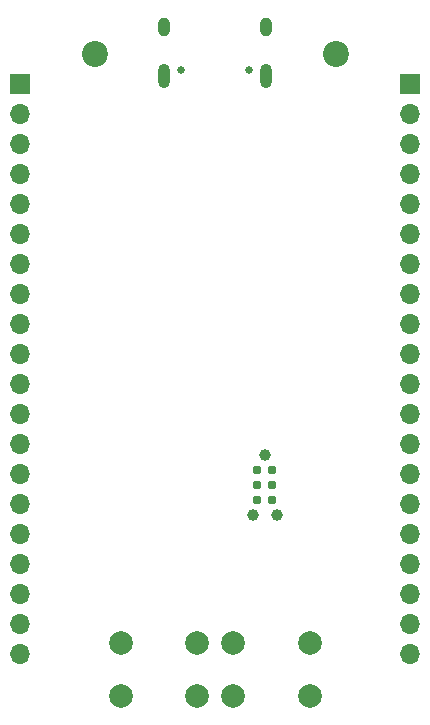
<source format=gbr>
%TF.GenerationSoftware,KiCad,Pcbnew,8.0.4*%
%TF.CreationDate,2024-11-26T16:04:15+06:30*%
%TF.ProjectId,RP2040_DevBoard,52503230-3430-45f4-9465-76426f617264,1.0*%
%TF.SameCoordinates,PX791ddc0PY791ddc0*%
%TF.FileFunction,Soldermask,Bot*%
%TF.FilePolarity,Negative*%
%FSLAX46Y46*%
G04 Gerber Fmt 4.6, Leading zero omitted, Abs format (unit mm)*
G04 Created by KiCad (PCBNEW 8.0.4) date 2024-11-26 16:04:15*
%MOMM*%
%LPD*%
G01*
G04 APERTURE LIST*
%ADD10C,2.200000*%
%ADD11R,1.700000X1.700000*%
%ADD12O,1.700000X1.700000*%
%ADD13C,2.000000*%
%ADD14C,0.650000*%
%ADD15O,1.000000X2.100000*%
%ADD16O,1.000000X1.600000*%
%ADD17C,0.990600*%
%ADD18C,0.787400*%
G04 APERTURE END LIST*
D10*
%TO.C,H2*%
X7620000Y55880000D03*
%TD*%
%TO.C,H1*%
X28000000Y55880000D03*
%TD*%
D11*
%TO.C,J4*%
X34290000Y53340000D03*
D12*
X34290000Y50800000D03*
X34290000Y48260000D03*
X34290000Y45720000D03*
X34290000Y43180000D03*
X34290000Y40640000D03*
X34290000Y38100000D03*
X34290000Y35560000D03*
X34290000Y33020000D03*
X34290000Y30480000D03*
X34290000Y27940000D03*
X34290000Y25400000D03*
X34290000Y22860000D03*
X34290000Y20320000D03*
X34290000Y17780000D03*
X34290000Y15240000D03*
X34290000Y12700000D03*
X34290000Y10160000D03*
X34290000Y7620000D03*
X34290000Y5080000D03*
%TD*%
D13*
%TO.C,SW2*%
X25805200Y1560000D03*
X19305200Y1560000D03*
X25805200Y6060000D03*
X19305200Y6060000D03*
%TD*%
D11*
%TO.C,J3*%
X1270000Y53340000D03*
D12*
X1270000Y50800000D03*
X1270000Y48260000D03*
X1270000Y45720000D03*
X1270000Y43180000D03*
X1270000Y40640000D03*
X1270000Y38100000D03*
X1270000Y35560000D03*
X1270000Y33020000D03*
X1270000Y30480000D03*
X1270000Y27940000D03*
X1270000Y25400000D03*
X1270000Y22860000D03*
X1270000Y20320000D03*
X1270000Y17780000D03*
X1270000Y15240000D03*
X1270000Y12700000D03*
X1270000Y10160000D03*
X1270000Y7620000D03*
X1270000Y5080000D03*
%TD*%
D13*
%TO.C,SW1*%
X16254800Y1545200D03*
X9754800Y1545200D03*
X16254800Y6045200D03*
X9754800Y6045200D03*
%TD*%
D14*
%TO.C,J1*%
X20670000Y54550000D03*
X14890000Y54550000D03*
D15*
X22100000Y54020000D03*
D16*
X22100000Y58200000D03*
D15*
X13460000Y54020000D03*
D16*
X13460000Y58200000D03*
%TD*%
D17*
%TO.C,J2*%
X21971000Y21920200D03*
X22987000Y16840200D03*
X20955000Y16840200D03*
D18*
X22606000Y20650200D03*
X21336000Y20650200D03*
X22606000Y19380200D03*
X21336000Y19380200D03*
X22606000Y18110200D03*
X21336000Y18110200D03*
%TD*%
M02*

</source>
